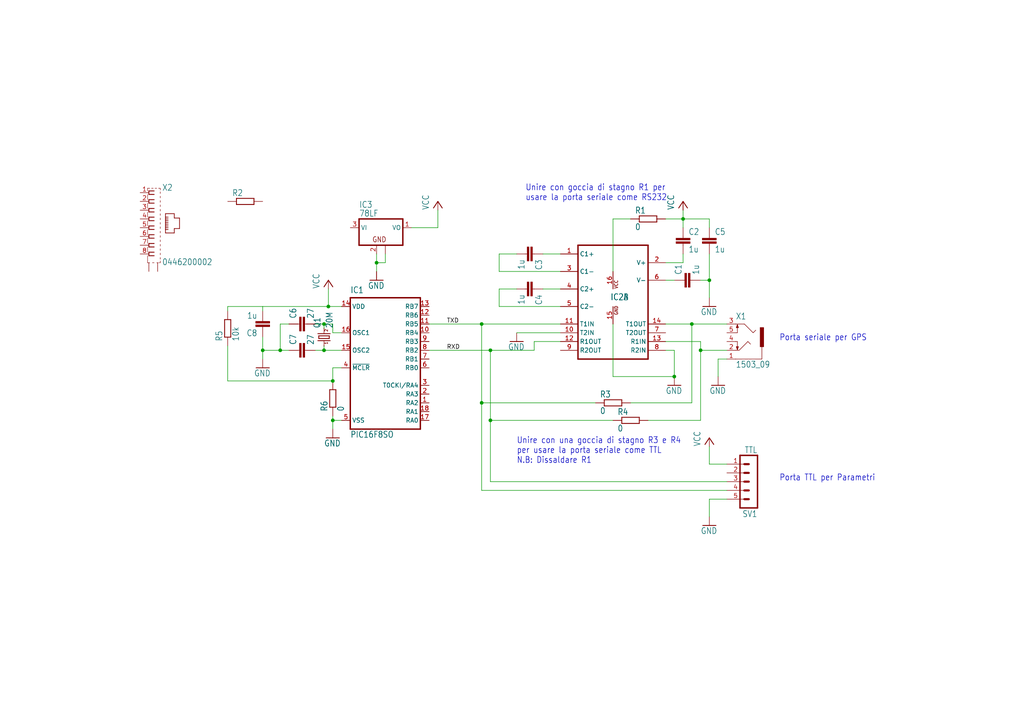
<source format=kicad_sch>
(kicad_sch (version 20230121) (generator eeschema)
  (paper "A4")
  (lib_symbols
    (symbol "Schema_FoxDigi-eagle-import:0446200002"
      (property "Reference" "X" (at 3.81 10.668 0))
      (symbol "0446200002_1_0"
        (polyline (pts (xy -0.381 -10.16) (xy 0.254 -10.16)) (stroke (width 0.127)))
        (polyline (pts (xy -0.381 -8.128) (xy -0.381 -10.16)) (stroke (width 0.127)))
        (polyline (pts (xy -0.381 -5.588) (xy -0.381 -7.112)) (stroke (width 0.127)))
        (polyline (pts (xy -0.381 -3.048) (xy -0.381 -4.572)) (stroke (width 0.127)))
        (polyline (pts (xy -0.381 -0.508) (xy -0.381 -2.032)) (stroke (width 0.127)))
        (polyline (pts (xy -0.381 2.032) (xy -0.381 0.508)) (stroke (width 0.127)))
        (polyline (pts (xy -0.381 4.572) (xy -0.381 3.048)) (stroke (width 0.127)))
        (polyline (pts (xy -0.381 7.112) (xy -0.381 5.588)) (stroke (width 0.127)))
        (polyline (pts (xy -0.381 9.652) (xy -0.381 8.128)) (stroke (width 0.127)))
        (polyline (pts (xy -0.381 11.43) (xy -0.381 10.668)) (stroke (width 0.127)))
        (polyline (pts (xy 0 -8.128) (xy 1.524 -8.128)) (stroke (width 0.254)))
        (polyline (pts (xy 0 -7.112) (xy 0 -8.128)) (stroke (width 0.254)))
        (polyline (pts (xy 0 -5.588) (xy 1.524 -5.588)) (stroke (width 0.254)))
        (polyline (pts (xy 0 -4.572) (xy 0 -5.588)) (stroke (width 0.254)))
        (polyline (pts (xy 0 -3.048) (xy 1.524 -3.048)) (stroke (width 0.254)))
        (polyline (pts (xy 0 -2.032) (xy 0 -3.048)) (stroke (width 0.254)))
        (polyline (pts (xy 0 -0.508) (xy 1.524 -0.508)) (stroke (width 0.254)))
        (polyline (pts (xy 0 0.508) (xy 0 -0.508)) (stroke (width 0.254)))
        (polyline (pts (xy 0 2.032) (xy 1.524 2.032)) (stroke (width 0.254)))
        (polyline (pts (xy 0 3.048) (xy 0 2.032)) (stroke (width 0.254)))
        (polyline (pts (xy 0 4.572) (xy 1.524 4.572)) (stroke (width 0.254)))
        (polyline (pts (xy 0 5.588) (xy 0 4.572)) (stroke (width 0.254)))
        (polyline (pts (xy 0 7.112) (xy 1.524 7.112)) (stroke (width 0.254)))
        (polyline (pts (xy 0 8.128) (xy 0 7.112)) (stroke (width 0.254)))
        (polyline (pts (xy 0 9.652) (xy 1.524 9.652)) (stroke (width 0.254)))
        (polyline (pts (xy 0 10.668) (xy 0 9.652)) (stroke (width 0.254)))
        (polyline (pts (xy 0.254 11.43) (xy -0.381 11.43)) (stroke (width 0.127)))
        (polyline (pts (xy 1.016 -10.16) (xy 1.524 -10.16)) (stroke (width 0.127)))
        (polyline (pts (xy 1.27 11.43) (xy 0.762 11.43)) (stroke (width 0.127)))
        (polyline (pts (xy 1.524 -7.112) (xy 0 -7.112)) (stroke (width 0.254)))
        (polyline (pts (xy 1.524 -4.572) (xy 0 -4.572)) (stroke (width 0.254)))
        (polyline (pts (xy 1.524 -2.032) (xy 0 -2.032)) (stroke (width 0.254)))
        (polyline (pts (xy 1.524 0.508) (xy 0 0.508)) (stroke (width 0.254)))
        (polyline (pts (xy 1.524 3.048) (xy 0 3.048)) (stroke (width 0.254)))
        (polyline (pts (xy 1.524 5.588) (xy 0 5.588)) (stroke (width 0.254)))
        (polyline (pts (xy 1.524 8.128) (xy 0 8.128)) (stroke (width 0.254)))
        (polyline (pts (xy 1.524 10.668) (xy 0 10.668)) (stroke (width 0.254)))
        (polyline (pts (xy 2.286 -10.16) (xy 2.794 -10.16)) (stroke (width 0.127)))
        (polyline (pts (xy 2.286 11.43) (xy 1.778 11.43)) (stroke (width 0.127)))
        (polyline (pts (xy 3.048 -10.16) (xy 3.302 -10.16)) (stroke (width 0.127)))
        (polyline (pts (xy 3.302 -10.16) (xy 3.302 -9.652)) (stroke (width 0.127)))
        (polyline (pts (xy 3.302 -9.144) (xy 3.302 -8.636)) (stroke (width 0.127)))
        (polyline (pts (xy 3.302 -7.874) (xy 3.302 -7.366)) (stroke (width 0.127)))
        (polyline (pts (xy 3.302 -6.604) (xy 3.302 -6.096)) (stroke (width 0.127)))
        (polyline (pts (xy 3.302 -5.334) (xy 3.302 -4.826)) (stroke (width 0.127)))
        (polyline (pts (xy 3.302 -4.064) (xy 3.302 -3.556)) (stroke (width 0.127)))
        (polyline (pts (xy 3.302 -2.794) (xy 3.302 -2.286)) (stroke (width 0.127)))
        (polyline (pts (xy 3.302 -1.524) (xy 3.302 -1.016)) (stroke (width 0.127)))
        (polyline (pts (xy 3.302 -0.254) (xy 3.302 0.254)) (stroke (width 0.127)))
        (polyline (pts (xy 3.302 1.016) (xy 3.302 1.524)) (stroke (width 0.127)))
        (polyline (pts (xy 3.302 2.286) (xy 3.302 2.794)) (stroke (width 0.127)))
        (polyline (pts (xy 3.302 3.556) (xy 3.302 4.064)) (stroke (width 0.127)))
        (polyline (pts (xy 3.302 4.826) (xy 3.302 5.334)) (stroke (width 0.127)))
        (polyline (pts (xy 3.302 6.096) (xy 3.302 6.604)) (stroke (width 0.127)))
        (polyline (pts (xy 3.302 7.366) (xy 3.302 7.874)) (stroke (width 0.127)))
        (polyline (pts (xy 3.302 8.636) (xy 3.302 9.144)) (stroke (width 0.127)))
        (polyline (pts (xy 3.302 9.906) (xy 3.302 10.414)) (stroke (width 0.127)))
        (polyline (pts (xy 3.302 10.922) (xy 3.302 11.43)) (stroke (width 0.127)))
        (polyline (pts (xy 3.302 11.43) (xy 2.794 11.43)) (stroke (width 0.127)))
        (polyline (pts (xy 4.826 -1.524) (xy 7.366 -1.524)) (stroke (width 0.1998)))
        (polyline (pts (xy 4.826 -0.508) (xy 4.826 -1.524)) (stroke (width 0.1998)))
        (polyline (pts (xy 4.826 -0.508) (xy 5.588 -0.508)) (stroke (width 0.1998)))
        (polyline (pts (xy 4.826 0) (xy 4.826 -0.508)) (stroke (width 0.1998)))
        (polyline (pts (xy 4.826 0) (xy 5.588 0)) (stroke (width 0.1998)))
        (polyline (pts (xy 4.826 0.508) (xy 4.826 0)) (stroke (width 0.1998)))
        (polyline (pts (xy 4.826 0.508) (xy 5.588 0.508)) (stroke (width 0.1998)))
        (polyline (pts (xy 4.826 1.016) (xy 4.826 0.508)) (stroke (width 0.1998)))
        (polyline (pts (xy 4.826 1.016) (xy 5.588 1.016)) (stroke (width 0.1998)))
        (polyline (pts (xy 4.826 1.524) (xy 4.826 1.016)) (stroke (width 0.1998)))
        (polyline (pts (xy 4.826 1.524) (xy 5.588 1.524)) (stroke (width 0.1998)))
        (polyline (pts (xy 4.826 2.032) (xy 4.826 1.524)) (stroke (width 0.1998)))
        (polyline (pts (xy 4.826 2.032) (xy 5.588 2.032)) (stroke (width 0.1998)))
        (polyline (pts (xy 4.826 2.54) (xy 4.826 2.032)) (stroke (width 0.1998)))
        (polyline (pts (xy 4.826 2.54) (xy 5.588 2.54)) (stroke (width 0.1998)))
        (polyline (pts (xy 4.826 3.048) (xy 4.826 2.54)) (stroke (width 0.1998)))
        (polyline (pts (xy 4.826 3.048) (xy 5.588 3.048)) (stroke (width 0.1998)))
        (polyline (pts (xy 4.826 4.064) (xy 4.826 3.048)) (stroke (width 0.1998)))
        (polyline (pts (xy 7.366 -1.524) (xy 7.366 -0.254)) (stroke (width 0.1998)))
        (polyline (pts (xy 7.366 -0.254) (xy 8.89 -0.254)) (stroke (width 0.1998)))
        (polyline (pts (xy 7.366 2.794) (xy 7.366 4.064)) (stroke (width 0.1998)))
        (polyline (pts (xy 7.366 4.064) (xy 4.826 4.064)) (stroke (width 0.1998)))
        (polyline (pts (xy 8.89 -0.254) (xy 8.89 2.794)) (stroke (width 0.1998)))
        (polyline (pts (xy 8.89 2.794) (xy 7.366 2.794)) (stroke (width 0.1998)))
        (pin passive line (at -2.54 10.16 0) (length 2.54) (name "1") (number "1"))
        (pin passive line (at -2.54 7.62 0) (length 2.54) (name "2") (number "2"))
        (pin passive line (at -2.54 5.08 0) (length 2.54) (name "3") (number "3"))
        (pin passive line (at -2.54 2.54 0) (length 2.54) (name "4") (number "4"))
        (pin passive line (at -2.54 0 0) (length 2.54) (name "5") (number "5"))
        (pin passive line (at -2.54 -2.54 0) (length 2.54) (name "6") (number "6"))
        (pin passive line (at -2.54 -5.08 0) (length 2.54) (name "7") (number "7"))
        (pin passive line (at -2.54 -7.62 0) (length 2.54) (name "8") (number "8"))
        (pin passive line (at 0 -12.7 90) (length 2.54) (name "S1") (number "S@1"))
        (pin passive line (at 2.54 -12.7 90) (length 2.54) (name "S2") (number "S@2"))
      )
    )
    (symbol "Schema_FoxDigi-eagle-import:1503_09"
      (property "Reference" "X" (at -2.54 6.35 0))
      (symbol "1503_09_1_0"
        (polyline (pts (xy -2.54 -5.08) (xy 5.08 -5.08)) (stroke (width 0.1524)))
        (polyline (pts (xy -2.54 -2.54) (xy -1.524 -2.54)) (stroke (width 0.1524)))
        (polyline (pts (xy -2.54 0) (xy -2.032 0)) (stroke (width 0.1524)))
        (polyline (pts (xy -2.54 2.54) (xy -2.032 2.54)) (stroke (width 0.1524)))
        (polyline (pts (xy -2.54 5.08) (xy 0 5.08)) (stroke (width 0.1524)))
        (polyline (pts (xy -2.286 -1.524) (xy -1.778 -1.524)) (stroke (width 0.254)))
        (polyline (pts (xy -2.286 4.064) (xy -1.778 4.064)) (stroke (width 0.254)))
        (polyline (pts (xy -2.032 -2.286) (xy -2.286 -1.524)) (stroke (width 0.254)))
        (polyline (pts (xy -2.032 0) (xy -2.032 -2.286)) (stroke (width 0.1524)))
        (polyline (pts (xy -2.032 2.54) (xy -2.032 4.826)) (stroke (width 0.1524)))
        (polyline (pts (xy -2.032 4.826) (xy -2.286 4.064)) (stroke (width 0.254)))
        (polyline (pts (xy -1.778 -1.524) (xy -2.032 -2.286)) (stroke (width 0.254)))
        (polyline (pts (xy -1.778 4.064) (xy -2.032 4.826)) (stroke (width 0.254)))
        (polyline (pts (xy -1.524 -2.54) (xy 1.016 0)) (stroke (width 0.1524)))
        (polyline (pts (xy 0 5.08) (xy 2.54 2.54)) (stroke (width 0.1524)))
        (polyline (pts (xy 1.016 0) (xy 1.778 -0.762)) (stroke (width 0.1524)))
        (polyline (pts (xy 2.54 2.54) (xy 3.302 3.302)) (stroke (width 0.1524)))
        (polyline (pts (xy 5.08 -5.08) (xy 5.08 -1.524)) (stroke (width 0.1524)))
        (rectangle (start 4.572 4.064) (end 5.588 -1.524) (fill (type outline)))
        (pin passive line (at -5.08 -5.08 0) (length 2.54) (name "1") (number "1"))
        (pin passive line (at -5.08 -2.54 0) (length 2.54) (name "2") (number "2"))
        (pin passive line (at -5.08 5.08 0) (length 2.54) (name "3") (number "3"))
        (pin passive line (at -5.08 0 0) (length 2.54) (name "4") (number "4"))
        (pin passive line (at -5.08 2.54 0) (length 2.54) (name "5") (number "5"))
      )
    )
    (symbol "Schema_FoxDigi-eagle-import:78LF"
      (property "Reference" "IC" (at -5.08 5.715 0))
      (symbol "78LF_1_0"
        (polyline (pts (xy -5.08 -5.08) (xy 7.62 -5.08)) (stroke (width 0.4064)))
        (polyline (pts (xy -5.08 2.54) (xy -5.08 -5.08)) (stroke (width 0.4064)))
        (polyline (pts (xy 7.62 -5.08) (xy 7.62 2.54)) (stroke (width 0.4064)))
        (polyline (pts (xy 7.62 2.54) (xy -5.08 2.54)) (stroke (width 0.4064)))
        (text "GND" (at -1.27 -4.318 0) (effects (font (size 1.524 1.2954)) (justify left bottom)))
        (pin passive line (at 10.16 0 180) (length 2.54) (name "VO") (number "1"))
        (pin passive line (at 0 -7.62 90) (length 2.54) (name "GND") (number "2"))
        (pin passive line (at 2.54 -7.62 90) (length 2.54) (name "GND@1") (number "2@1"))
        (pin input line (at -7.62 0 0) (length 2.54) (name "VI") (number "3"))
      )
    )
    (symbol "Schema_FoxDigi-eagle-import:C-EU025-025X050"
      (property "Reference" "C" (at 1.524 0.381 0))
      (symbol "C-EU025-025X050_1_0"
        (rectangle (start -2.032 -2.032) (end 2.032 -1.524) (fill (type outline)))
        (rectangle (start -2.032 -1.016) (end 2.032 -0.508) (fill (type outline)))
        (polyline (pts (xy 0 -2.54) (xy 0 -2.032)) (stroke (width 0.1524)))
        (polyline (pts (xy 0 0) (xy 0 -0.508)) (stroke (width 0.1524)))
        (pin passive line (at 0 2.54 270) (length 2.54) (name "1") (number "1"))
        (pin passive line (at 0 -5.08 90) (length 2.54) (name "2") (number "2"))
      )
    )
    (symbol "Schema_FoxDigi-eagle-import:C-EUC1206"
      (property "Reference" "C" (at 1.524 0.381 0))
      (symbol "C-EUC1206_1_0"
        (rectangle (start -2.032 -2.032) (end 2.032 -1.524) (fill (type outline)))
        (rectangle (start -2.032 -1.016) (end 2.032 -0.508) (fill (type outline)))
        (polyline (pts (xy 0 -2.54) (xy 0 -2.032)) (stroke (width 0.1524)))
        (polyline (pts (xy 0 0) (xy 0 -0.508)) (stroke (width 0.1524)))
        (pin passive line (at 0 2.54 270) (length 2.54) (name "1") (number "1"))
        (pin passive line (at 0 -5.08 90) (length 2.54) (name "2") (number "2"))
      )
    )
    (symbol "Schema_FoxDigi-eagle-import:CRYSTALHC49S"
      (property "Reference" "Q" (at 2.54 1.016 0))
      (symbol "CRYSTALHC49S_1_0"
        (polyline (pts (xy -2.54 0) (xy -1.016 0)) (stroke (width 0.1524)))
        (polyline (pts (xy -1.016 1.778) (xy -1.016 -1.778)) (stroke (width 0.254)))
        (polyline (pts (xy -0.381 -1.524) (xy 0.381 -1.524)) (stroke (width 0.254)))
        (polyline (pts (xy -0.381 1.524) (xy -0.381 -1.524)) (stroke (width 0.254)))
        (polyline (pts (xy 0.381 -1.524) (xy 0.381 1.524)) (stroke (width 0.254)))
        (polyline (pts (xy 0.381 1.524) (xy -0.381 1.524)) (stroke (width 0.254)))
        (polyline (pts (xy 1.016 0) (xy 2.54 0)) (stroke (width 0.1524)))
        (polyline (pts (xy 1.016 1.778) (xy 1.016 -1.778)) (stroke (width 0.254)))
        (text "1" (at -2.159 -1.143 0) (effects (font (size 0.8636 0.734)) (justify left bottom)))
        (text "2" (at 1.524 -1.143 0) (effects (font (size 0.8636 0.734)) (justify left bottom)))
        (pin passive line (at -2.54 0 0) (length 0) (name "1") (number "1"))
        (pin passive line (at 2.54 0 180) (length 0) (name "2") (number "2"))
      )
    )
    (symbol "Schema_FoxDigi-eagle-import:GND" (power)
      (property "Value" "GND" (at -2.54 -2.54 0))
      (symbol "GND_1_0"
        (polyline (pts (xy -1.905 0) (xy 1.905 0)) (stroke (width 0.254)))
        (pin power_in line (at 0 2.54 270) (length 2.54) (name "GND") (number "1"))
      )
    )
    (symbol "Schema_FoxDigi-eagle-import:MA05-1"
      (property "Reference" "SV" (at -1.27 8.382 0))
      (symbol "MA05-1_1_0"
        (polyline (pts (xy -1.27 7.62) (xy -1.27 -7.62)) (stroke (width 0.4064)))
        (polyline (pts (xy -1.27 7.62) (xy 3.81 7.62)) (stroke (width 0.4064)))
        (polyline (pts (xy 1.27 -5.08) (xy 2.54 -5.08)) (stroke (width 0.6096)))
        (polyline (pts (xy 1.27 -2.54) (xy 2.54 -2.54)) (stroke (width 0.6096)))
        (polyline (pts (xy 1.27 0) (xy 2.54 0)) (stroke (width 0.6096)))
        (polyline (pts (xy 1.27 2.54) (xy 2.54 2.54)) (stroke (width 0.6096)))
        (polyline (pts (xy 1.27 5.08) (xy 2.54 5.08)) (stroke (width 0.6096)))
        (polyline (pts (xy 3.81 -7.62) (xy -1.27 -7.62)) (stroke (width 0.4064)))
        (polyline (pts (xy 3.81 -7.62) (xy 3.81 7.62)) (stroke (width 0.4064)))
        (pin passive line (at 7.62 -5.08 180) (length 5.08) (name "1") (number "1"))
        (pin passive line (at 7.62 -2.54 180) (length 5.08) (name "2") (number "2"))
        (pin passive line (at 7.62 0 180) (length 5.08) (name "3") (number "3"))
        (pin passive line (at 7.62 2.54 180) (length 5.08) (name "4") (number "4"))
        (pin passive line (at 7.62 5.08 180) (length 5.08) (name "5") (number "5"))
      )
    )
    (symbol "Schema_FoxDigi-eagle-import:MAX232ECWE"
      (property "Reference" "IC" (at -0.762 -0.762 0))
      (symbol "MAX232ECWE_1_0"
        (polyline (pts (xy -10.16 15.24) (xy -10.16 -17.78)) (stroke (width 0.4064)))
        (polyline (pts (xy -10.16 15.24) (xy 10.16 15.24)) (stroke (width 0.4064)))
        (polyline (pts (xy 10.16 -17.78) (xy -10.16 -17.78)) (stroke (width 0.4064)))
        (polyline (pts (xy 10.16 -17.78) (xy 10.16 15.24)) (stroke (width 0.4064)))
        (pin bidirectional line (at -15.24 12.7 0) (length 5.08) (name "C1+") (number "1"))
        (pin input line (at -15.24 -10.16 0) (length 5.08) (name "T2IN") (number "10"))
        (pin input line (at -15.24 -7.62 0) (length 5.08) (name "T1IN") (number "11"))
        (pin output line (at -15.24 -12.7 0) (length 5.08) (name "R1OUT") (number "12"))
        (pin input line (at 15.24 -12.7 180) (length 5.08) (name "R1IN") (number "13"))
        (pin output line (at 15.24 -7.62 180) (length 5.08) (name "T1OUT") (number "14"))
        (pin bidirectional line (at 15.24 10.16 180) (length 5.08) (name "V+") (number "2"))
        (pin bidirectional line (at -15.24 7.62 0) (length 5.08) (name "C1-") (number "3"))
        (pin bidirectional line (at -15.24 2.54 0) (length 5.08) (name "C2+") (number "4"))
        (pin bidirectional line (at -15.24 -2.54 0) (length 5.08) (name "C2-") (number "5"))
        (pin bidirectional line (at 15.24 5.08 180) (length 5.08) (name "V-") (number "6"))
        (pin output line (at 15.24 -10.16 180) (length 5.08) (name "T2OUT") (number "7"))
        (pin input line (at 15.24 -15.24 180) (length 5.08) (name "R2IN") (number "8"))
        (pin output line (at -15.24 -15.24 0) (length 5.08) (name "R2OUT") (number "9"))
      )
      (symbol "MAX232ECWE_2_0"
        (text "GND" (at 1.524 -5.08 900) (effects (font (size 1.016 0.8636)) (justify left bottom)))
        (text "VCC" (at 1.524 2.54 900) (effects (font (size 1.016 0.8636)) (justify left bottom)))
        (pin power_in line (at 0 -7.62 90) (length 5.08) (name "GND") (number "15"))
        (pin power_in line (at 0 7.62 270) (length 5.08) (name "VCC") (number "16"))
      )
    )
    (symbol "Schema_FoxDigi-eagle-import:PIC16F8SO"
      (property "Reference" "IC" (at -10.16 19.05 0))
      (symbol "PIC16F8SO_1_0"
        (polyline (pts (xy -10.16 -20.32) (xy -10.16 17.78)) (stroke (width 0.4064)))
        (polyline (pts (xy -10.16 17.78) (xy 10.16 17.78)) (stroke (width 0.4064)))
        (polyline (pts (xy 10.16 -20.32) (xy -10.16 -20.32)) (stroke (width 0.4064)))
        (polyline (pts (xy 10.16 17.78) (xy 10.16 -20.32)) (stroke (width 0.4064)))
        (pin bidirectional line (at 12.7 -12.7 180) (length 2.54) (name "RA2") (number "1"))
        (pin bidirectional line (at 12.7 7.62 180) (length 2.54) (name "RB4") (number "10"))
        (pin bidirectional line (at 12.7 10.16 180) (length 2.54) (name "RB5") (number "11"))
        (pin bidirectional line (at 12.7 12.7 180) (length 2.54) (name "RB6") (number "12"))
        (pin bidirectional line (at 12.7 15.24 180) (length 2.54) (name "RB7") (number "13"))
        (pin power_in line (at -12.7 15.24 0) (length 2.54) (name "VDD") (number "14"))
        (pin output line (at -12.7 2.54 0) (length 2.54) (name "OSC2") (number "15"))
        (pin input line (at -12.7 7.62 0) (length 2.54) (name "OSC1") (number "16"))
        (pin bidirectional line (at 12.7 -17.78 180) (length 2.54) (name "RA0") (number "17"))
        (pin bidirectional line (at 12.7 -15.24 180) (length 2.54) (name "RA1") (number "18"))
        (pin bidirectional line (at 12.7 -10.16 180) (length 2.54) (name "RA3") (number "2"))
        (pin bidirectional line (at 12.7 -7.62 180) (length 2.54) (name "T0CKI/RA4") (number "3"))
        (pin input line (at -12.7 -2.54 0) (length 2.54) (name "~{MCLR}") (number "4"))
        (pin power_in line (at -12.7 -17.78 0) (length 2.54) (name "VSS") (number "5"))
        (pin bidirectional line (at 12.7 -2.54 180) (length 2.54) (name "RB0") (number "6"))
        (pin bidirectional line (at 12.7 0 180) (length 2.54) (name "RB1") (number "7"))
        (pin bidirectional line (at 12.7 2.54 180) (length 2.54) (name "RB2") (number "8"))
        (pin bidirectional line (at 12.7 5.08 180) (length 2.54) (name "RB3") (number "9"))
      )
    )
    (symbol "Schema_FoxDigi-eagle-import:R-EU_M1206"
      (property "Reference" "R" (at -3.81 1.4986 0))
      (symbol "R-EU_M1206_1_0"
        (polyline (pts (xy -2.54 -0.889) (xy -2.54 0.889)) (stroke (width 0.254)))
        (polyline (pts (xy -2.54 -0.889) (xy 2.54 -0.889)) (stroke (width 0.254)))
        (polyline (pts (xy 2.54 -0.889) (xy 2.54 0.889)) (stroke (width 0.254)))
        (polyline (pts (xy 2.54 0.889) (xy -2.54 0.889)) (stroke (width 0.254)))
        (pin passive line (at -5.08 0 0) (length 2.54) (name "1") (number "1"))
        (pin passive line (at 5.08 0 180) (length 2.54) (name "2") (number "2"))
      )
    )
    (symbol "Schema_FoxDigi-eagle-import:VCC" (power)
      (property "Value" "VCC" (at -2.54 -2.54 90))
      (symbol "VCC_1_0"
        (polyline (pts (xy 0 0) (xy -1.27 -1.905)) (stroke (width 0.254)))
        (polyline (pts (xy 1.27 -1.905) (xy 0 0)) (stroke (width 0.254)))
        (pin power_in line (at 0 -2.54 90) (length 2.54) (name "VCC") (number "1"))
      )
    )
  )
  (junction (at 205.74 81.28))
  (junction (at 96.52 121.92))
  (junction (at 76.2 101.6))
  (junction (at 81.28 101.6))
  (junction (at 96.52 110.49))
  (junction (at 93.98 101.6))
  (junction (at 93.98 93.98))
  (junction (at 139.7 93.98))
  (junction (at 203.2 101.6))
  (junction (at 95.25 88.9))
  (junction (at 198.12 63.5))
  (junction (at 200.66 93.98))
  (junction (at 109.22 76.2))
  (junction (at 142.24 121.92))
  (junction (at 142.24 101.6))
  (junction (at 195.58 109.22))
  (junction (at 139.7 116.84))
  (wire (pts (xy 203.2 101.6) (xy 203.2 99.06)) (stroke (width 0.1524)))
  (wire (pts (xy 96.52 96.52) (xy 99.06 96.52)) (stroke (width 0.1524)))
  (wire (pts (xy 96.52 106.68) (xy 99.06 106.68)) (stroke (width 0.1524)))
  (wire (pts (xy 76.2 101.6) (xy 76.2 104.14)) (stroke (width 0.1524)))
  (wire (pts (xy 76.2 88.9) (xy 66.04 88.9)) (stroke (width 0.1524)))
  (wire (pts (xy 111.76 73.66) (xy 111.76 76.2)) (stroke (width 0.1524)))
  (wire (pts (xy 198.12 63.5) (xy 198.12 60.96)) (stroke (width 0.1524)))
  (wire (pts (xy 198.12 66.04) (xy 198.12 63.5)) (stroke (width 0.1524)))
  (wire (pts (xy 96.52 121.92) (xy 96.52 124.46)) (stroke (width 0.1524)))
  (wire (pts (xy 93.98 93.98) (xy 96.52 93.98)) (stroke (width 0.1524)))
  (wire (pts (xy 66.04 88.9) (xy 66.04 90.17)) (stroke (width 0.1524)))
  (wire (pts (xy 95.25 88.9) (xy 99.06 88.9)) (stroke (width 0.1524)))
  (wire (pts (xy 81.28 93.98) (xy 83.82 93.98)) (stroke (width 0.1524)))
  (wire (pts (xy 198.12 63.5) (xy 205.74 63.5)) (stroke (width 0.1524)))
  (wire (pts (xy 144.78 88.9) (xy 162.56 88.9)) (stroke (width 0.1524)))
  (wire (pts (xy 124.46 101.6) (xy 142.24 101.6)) (stroke (width 0.1524)))
  (wire (pts (xy 208.28 104.14) (xy 208.28 109.22)) (stroke (width 0.1524)))
  (wire (pts (xy 195.58 81.28) (xy 193.04 81.28)) (stroke (width 0.1524)))
  (wire (pts (xy 96.52 93.98) (xy 96.52 96.52)) (stroke (width 0.1524)))
  (wire (pts (xy 142.24 101.6) (xy 142.24 121.92)) (stroke (width 0.1524)))
  (wire (pts (xy 162.56 93.98) (xy 139.7 93.98)) (stroke (width 0.1524)))
  (wire (pts (xy 205.74 81.28) (xy 205.74 86.36)) (stroke (width 0.1524)))
  (wire (pts (xy 203.2 101.6) (xy 203.2 121.92)) (stroke (width 0.1524)))
  (wire (pts (xy 157.48 73.66) (xy 162.56 73.66)) (stroke (width 0.1524)))
  (wire (pts (xy 66.04 110.49) (xy 96.52 110.49)) (stroke (width 0.1524)))
  (wire (pts (xy 205.74 81.28) (xy 205.74 73.66)) (stroke (width 0.1524)))
  (wire (pts (xy 109.22 76.2) (xy 109.22 73.66)) (stroke (width 0.1524)))
  (wire (pts (xy 182.88 116.84) (xy 200.66 116.84)) (stroke (width 0.1524)))
  (wire (pts (xy 205.74 134.62) (xy 210.82 134.62)) (stroke (width 0.1524)))
  (wire (pts (xy 83.82 101.6) (xy 81.28 101.6)) (stroke (width 0.1524)))
  (wire (pts (xy 177.8 109.22) (xy 195.58 109.22)) (stroke (width 0.1524)))
  (wire (pts (xy 193.04 101.6) (xy 195.58 101.6)) (stroke (width 0.1524)))
  (wire (pts (xy 139.7 142.24) (xy 139.7 116.84)) (stroke (width 0.1524)))
  (wire (pts (xy 177.8 121.92) (xy 142.24 121.92)) (stroke (width 0.1524)))
  (wire (pts (xy 210.82 142.24) (xy 139.7 142.24)) (stroke (width 0.1524)))
  (wire (pts (xy 66.04 100.33) (xy 66.04 110.49)) (stroke (width 0.1524)))
  (wire (pts (xy 198.12 76.2) (xy 198.12 73.66)) (stroke (width 0.1524)))
  (wire (pts (xy 95.25 88.9) (xy 76.2 88.9)) (stroke (width 0.1524)))
  (wire (pts (xy 172.72 116.84) (xy 139.7 116.84)) (stroke (width 0.1524)))
  (wire (pts (xy 149.86 73.66) (xy 144.78 73.66)) (stroke (width 0.1524)))
  (wire (pts (xy 142.24 121.92) (xy 142.24 139.7)) (stroke (width 0.1524)))
  (wire (pts (xy 142.24 139.7) (xy 210.82 139.7)) (stroke (width 0.1524)))
  (wire (pts (xy 139.7 93.98) (xy 124.46 93.98)) (stroke (width 0.1524)))
  (wire (pts (xy 109.22 78.74) (xy 109.22 76.2)) (stroke (width 0.1524)))
  (wire (pts (xy 157.48 83.82) (xy 162.56 83.82)) (stroke (width 0.1524)))
  (wire (pts (xy 203.2 121.92) (xy 187.96 121.92)) (stroke (width 0.1524)))
  (wire (pts (xy 182.88 63.5) (xy 177.8 63.5)) (stroke (width 0.1524)))
  (wire (pts (xy 96.52 121.92) (xy 96.52 120.65)) (stroke (width 0.1524)))
  (wire (pts (xy 93.98 101.6) (xy 99.06 101.6)) (stroke (width 0.1524)))
  (wire (pts (xy 95.25 83.82) (xy 95.25 88.9)) (stroke (width 0.1524)))
  (wire (pts (xy 162.56 99.06) (xy 154.94 99.06)) (stroke (width 0.1524)))
  (wire (pts (xy 96.52 110.49) (xy 96.52 106.68)) (stroke (width 0.1524)))
  (wire (pts (xy 142.24 101.6) (xy 154.94 101.6)) (stroke (width 0.1524)))
  (wire (pts (xy 119.38 66.04) (xy 127 66.04)) (stroke (width 0.1524)))
  (wire (pts (xy 149.86 83.82) (xy 144.78 83.82)) (stroke (width 0.1524)))
  (wire (pts (xy 195.58 101.6) (xy 195.58 109.22)) (stroke (width 0.1524)))
  (wire (pts (xy 200.66 116.84) (xy 200.66 93.98)) (stroke (width 0.1524)))
  (wire (pts (xy 205.74 63.5) (xy 205.74 66.04)) (stroke (width 0.1524)))
  (wire (pts (xy 200.66 93.98) (xy 210.82 93.98)) (stroke (width 0.1524)))
  (wire (pts (xy 144.78 73.66) (xy 144.78 78.74)) (stroke (width 0.1524)))
  (wire (pts (xy 205.74 129.54) (xy 205.74 134.62)) (stroke (width 0.1524)))
  (wire (pts (xy 76.2 88.9) (xy 76.2 90.17)) (stroke (width 0.1524)))
  (wire (pts (xy 93.98 100.33) (xy 93.98 101.6)) (stroke (width 0.1524)))
  (wire (pts (xy 93.98 95.25) (xy 93.98 93.98)) (stroke (width 0.1524)))
  (wire (pts (xy 193.04 76.2) (xy 198.12 76.2)) (stroke (width 0.1524)))
  (wire (pts (xy 205.74 144.78) (xy 205.74 149.86)) (stroke (width 0.1524)))
  (wire (pts (xy 81.28 101.6) (xy 76.2 101.6)) (stroke (width 0.1524)))
  (wire (pts (xy 144.78 83.82) (xy 144.78 88.9)) (stroke (width 0.1524)))
  (wire (pts (xy 177.8 93.98) (xy 177.8 109.22)) (stroke (width 0.1524)))
  (wire (pts (xy 177.8 78.74) (xy 177.8 63.5)) (stroke (width 0.1524)))
  (wire (pts (xy 193.04 93.98) (xy 200.66 93.98)) (stroke (width 0.1524)))
  (wire (pts (xy 144.78 78.74) (xy 162.56 78.74)) (stroke (width 0.1524)))
  (wire (pts (xy 193.04 63.5) (xy 198.12 63.5)) (stroke (width 0.1524)))
  (wire (pts (xy 139.7 116.84) (xy 139.7 93.98)) (stroke (width 0.1524)))
  (wire (pts (xy 210.82 144.78) (xy 205.74 144.78)) (stroke (width 0.1524)))
  (wire (pts (xy 93.98 93.98) (xy 91.44 93.98)) (stroke (width 0.1524)))
  (wire (pts (xy 99.06 121.92) (xy 96.52 121.92)) (stroke (width 0.1524)))
  (wire (pts (xy 210.82 101.6) (xy 203.2 101.6)) (stroke (width 0.1524)))
  (wire (pts (xy 93.98 101.6) (xy 91.44 101.6)) (stroke (width 0.1524)))
  (wire (pts (xy 154.94 99.06) (xy 154.94 101.6)) (stroke (width 0.1524)))
  (wire (pts (xy 162.56 96.52) (xy 149.86 96.52)) (stroke (width 0.1524)))
  (wire (pts (xy 127 66.04) (xy 127 60.96)) (stroke (width 0.1524)))
  (wire (pts (xy 111.76 76.2) (xy 109.22 76.2)) (stroke (width 0.1524)))
  (wire (pts (xy 210.82 104.14) (xy 208.28 104.14)) (stroke (width 0.1524)))
  (wire (pts (xy 81.28 101.6) (xy 81.28 93.98)) (stroke (width 0.1524)))
  (wire (pts (xy 203.2 99.06) (xy 193.04 99.06)) (stroke (width 0.1524)))
  (wire (pts (xy 203.2 81.28) (xy 205.74 81.28)) (stroke (width 0.1524)))
  (wire (pts (xy 76.2 97.79) (xy 76.2 101.6)) (stroke (width 0.1524)))
  (text "Porta seriale per GPS" (at 226.06 99.06 0) (effects (font (size 1.778 1.5113)) (justify left bottom)))
  (text "Porta TTL per Parametri" (at 226.06 139.7 0) (effects (font (size 1.778 1.5113)) (justify left bottom)))
  (text "Unire con una goccia di stagno R3 e R4\nper usare la porta seriale come TTL\nN.B: Dissaldare R1~{}" (at 149.86 134.62 0) (effects (font (size 1.778 1.5113)) (justify left bottom)))
  (text "Unire con goccia di stagno R1 per\nusare la porta seriale come RS232" (at 152.4 58.42 0) (effects (font (size 1.778 1.5113)) (justify left bottom)))
  (label "RXD" (at 129.54 101.6 0) (effects (font (size 1.2446 1.2446))))
  (label "TXD" (at 129.54 93.98 0) (effects (font (size 1.2446 1.2446))))
  (symbol (lib_id "Schema_FoxDigi-eagle-import:GND") (at 109.22 81.28 0) (unit 1)
    (property "Reference" "#GND5" (effects hide))
    (property "Value" "GND" (at 106.68 83.82 0) (effects (font (size 1.778 1.5113)) (justify left bottom)))
  )
  (symbol (lib_id "Schema_FoxDigi-eagle-import:C-EUC1206") (at 76.2 95.25 180) (unit 1)
    (property "Reference" "C8" (at 74.676 95.631 0) (effects (font (size 1.778 1.5113)) (justify left bottom)))
    (property "Value" "1u" (at 74.676 90.551 0) (effects (font (size 1.778 1.5113)) (justify left bottom)))
    (property "Footprint" "Schema_FoxDigi:C1206" (effects hide))
  )
  (symbol (lib_id "Schema_FoxDigi-eagle-import:MAX232ECWE") (at 177.8 86.36 0) (unit 1)
    (property "Reference" "IC2" (at 177.038 87.122 0) (effects (font (size 1.778 1.5113)) (justify left bottom)))
    (property "Value" "MAX232ECWE" (effects hide))
    (property "Footprint" "Schema_FoxDigi:SO16L" (effects hide))
  )
  (symbol (lib_id "Schema_FoxDigi-eagle-import:78LF") (at 109.22 66.04 0) (unit 1)
    (property "Reference" "IC3" (at 104.14 60.325 0) (effects (font (size 1.778 1.5113)) (justify left bottom)))
    (property "Value" "78LF" (at 104.14 62.865 0) (effects (font (size 1.778 1.5113)) (justify left bottom)))
    (property "Footprint" "Schema_FoxDigi:SOT89" (effects hide))
  )
  (symbol (lib_id "Schema_FoxDigi-eagle-import:CRYSTALHC49S") (at 93.98 97.79 90) (unit 1)
    (property "Reference" "Q1" (at 92.964 95.25 0) (effects (font (size 1.778 1.5113)) (justify left bottom)))
    (property "Value" "20M" (at 96.52 95.25 0) (effects (font (size 1.778 1.5113)) (justify left bottom)))
    (property "Footprint" "Schema_FoxDigi:HC49_S" (effects hide))
  )
  (symbol (lib_id "Schema_FoxDigi-eagle-import:MA05-1") (at 218.44 139.7 180) (unit 1)
    (property "Reference" "SV1" (at 219.71 148.082 0) (effects (font (size 1.778 1.5113)) (justify left bottom)))
    (property "Value" "TTL" (at 219.71 129.54 0) (effects (font (size 1.778 1.5113)) (justify left bottom)))
    (property "Footprint" "Schema_FoxDigi:MA05-1" (effects hide))
  )
  (symbol (lib_id "Schema_FoxDigi-eagle-import:R-EU_M1206") (at 66.04 95.25 90) (unit 1)
    (property "Reference" "R5" (at 64.5414 99.06 0) (effects (font (size 1.778 1.5113)) (justify left bottom)))
    (property "Value" "10k" (at 69.342 99.06 0) (effects (font (size 1.778 1.5113)) (justify left bottom)))
    (property "Footprint" "Schema_FoxDigi:M1206" (effects hide))
  )
  (symbol (lib_id "Schema_FoxDigi-eagle-import:C-EUC1206") (at 154.94 83.82 270) (unit 1)
    (property "Reference" "C4" (at 155.321 85.344 0) (effects (font (size 1.778 1.5113)) (justify left bottom)))
    (property "Value" "1u" (at 150.241 85.344 0) (effects (font (size 1.778 1.5113)) (justify left bottom)))
    (property "Footprint" "Schema_FoxDigi:C1206" (effects hide))
  )
  (symbol (lib_id "Schema_FoxDigi-eagle-import:GND") (at 76.2 106.68 0) (unit 1)
    (property "Reference" "#GND7" (effects hide))
    (property "Value" "GND" (at 73.66 109.22 0) (effects (font (size 1.778 1.5113)) (justify left bottom)))
  )
  (symbol (lib_id "Schema_FoxDigi-eagle-import:GND") (at 205.74 88.9 0) (unit 1)
    (property "Reference" "#GND2" (effects hide))
    (property "Value" "GND" (at 203.2 91.44 0) (effects (font (size 1.778 1.5113)) (justify left bottom)))
  )
  (symbol (lib_id "Schema_FoxDigi-eagle-import:R-EU_M1206") (at 71.12 58.42 0) (unit 1)
    (property "Reference" "R2" (at 67.31 56.9214 0) (effects (font (size 1.778 1.5113)) (justify left bottom)))
    (property "Value" "R-EU_M1206" (effects hide))
    (property "Footprint" "Schema_FoxDigi:M1206" (effects hide))
  )
  (symbol (lib_id "Schema_FoxDigi-eagle-import:C-EUC1206") (at 198.12 68.58 0) (unit 1)
    (property "Reference" "C2" (at 199.644 68.199 0) (effects (font (size 1.778 1.5113)) (justify left bottom)))
    (property "Value" "1u" (at 199.644 73.279 0) (effects (font (size 1.778 1.5113)) (justify left bottom)))
    (property "Footprint" "Schema_FoxDigi:C1206" (effects hide))
  )
  (symbol (lib_id "Schema_FoxDigi-eagle-import:GND") (at 149.86 99.06 0) (unit 1)
    (property "Reference" "#GND4" (effects hide))
    (property "Value" "GND" (at 147.32 101.6 0) (effects (font (size 1.778 1.5113)) (justify left bottom)))
  )
  (symbol (lib_id "Schema_FoxDigi-eagle-import:GND") (at 208.28 111.76 0) (unit 1)
    (property "Reference" "#GND1" (effects hide))
    (property "Value" "GND" (at 205.74 114.3 0) (effects (font (size 1.778 1.5113)) (justify left bottom)))
  )
  (symbol (lib_id "Schema_FoxDigi-eagle-import:1503_09") (at 215.9 99.06 0) (unit 1)
    (property "Reference" "X1" (at 213.36 92.71 0) (effects (font (size 1.778 1.5113)) (justify left bottom)))
    (property "Value" "1503_09" (at 213.36 106.68 0) (effects (font (size 1.778 1.5113)) (justify left bottom)))
    (property "Footprint" "Schema_FoxDigi:1503_09" (effects hide))
  )
  (symbol (lib_id "Schema_FoxDigi-eagle-import:GND") (at 96.52 127 0) (unit 1)
    (property "Reference" "#GND8" (effects hide))
    (property "Value" "GND" (at 93.98 129.54 0) (effects (font (size 1.778 1.5113)) (justify left bottom)))
  )
  (symbol (lib_id "Schema_FoxDigi-eagle-import:GND") (at 195.58 111.76 0) (unit 1)
    (property "Reference" "#GND3" (effects hide))
    (property "Value" "GND" (at 193.04 114.3 0) (effects (font (size 1.778 1.5113)) (justify left bottom)))
  )
  (symbol (lib_id "Schema_FoxDigi-eagle-import:C-EUC1206") (at 154.94 73.66 270) (unit 1)
    (property "Reference" "C3" (at 155.321 75.184 0) (effects (font (size 1.778 1.5113)) (justify left bottom)))
    (property "Value" "1u" (at 150.241 75.184 0) (effects (font (size 1.778 1.5113)) (justify left bottom)))
    (property "Footprint" "Schema_FoxDigi:C1206" (effects hide))
  )
  (symbol (lib_id "Schema_FoxDigi-eagle-import:VCC") (at 127 58.42 0) (unit 1)
    (property "Reference" "#P+2" (effects hide))
    (property "Value" "VCC" (at 124.46 60.96 90) (effects (font (size 1.778 1.5113)) (justify left bottom)))
  )
  (symbol (lib_id "Schema_FoxDigi-eagle-import:0446200002") (at 43.18 66.04 0) (unit 1)
    (property "Reference" "X2" (at 46.99 55.372 0) (effects (font (size 1.778 1.5113)) (justify left bottom)))
    (property "Value" "0446200002" (at 46.99 76.962 0) (effects (font (size 1.778 1.5113)) (justify left bottom)))
    (property "Footprint" "Schema_FoxDigi:0446200002" (effects hide))
  )
  (symbol (lib_id "Schema_FoxDigi-eagle-import:R-EU_M1206") (at 177.8 116.84 0) (unit 1)
    (property "Reference" "R3" (at 173.99 115.3414 0) (effects (font (size 1.778 1.5113)) (justify left bottom)))
    (property "Value" "0" (at 173.99 120.142 0) (effects (font (size 1.778 1.5113)) (justify left bottom)))
    (property "Footprint" "Schema_FoxDigi:M1206" (effects hide))
  )
  (symbol (lib_id "Schema_FoxDigi-eagle-import:GND") (at 205.74 152.4 0) (unit 1)
    (property "Reference" "#GND6" (effects hide))
    (property "Value" "GND" (at 203.2 154.94 0) (effects (font (size 1.778 1.5113)) (justify left bottom)))
  )
  (symbol (lib_id "Schema_FoxDigi-eagle-import:R-EU_M1206") (at 182.88 121.92 0) (unit 1)
    (property "Reference" "R4" (at 179.07 120.4214 0) (effects (font (size 1.778 1.5113)) (justify left bottom)))
    (property "Value" "0" (at 179.07 125.222 0) (effects (font (size 1.778 1.5113)) (justify left bottom)))
    (property "Footprint" "Schema_FoxDigi:M1206" (effects hide))
  )
  (symbol (lib_id "Schema_FoxDigi-eagle-import:C-EUC1206") (at 205.74 68.58 0) (unit 1)
    (property "Reference" "C5" (at 207.264 68.199 0) (effects (font (size 1.778 1.5113)) (justify left bottom)))
    (property "Value" "1u" (at 207.264 73.279 0) (effects (font (size 1.778 1.5113)) (justify left bottom)))
    (property "Footprint" "Schema_FoxDigi:C1206" (effects hide))
  )
  (symbol (lib_id "Schema_FoxDigi-eagle-import:VCC") (at 95.25 81.28 0) (unit 1)
    (property "Reference" "#P+4" (effects hide))
    (property "Value" "VCC" (at 92.71 83.82 90) (effects (font (size 1.778 1.5113)) (justify left bottom)))
  )
  (symbol (lib_id "Schema_FoxDigi-eagle-import:C-EUC1206") (at 198.12 81.28 90) (unit 1)
    (property "Reference" "C1" (at 197.739 79.756 0) (effects (font (size 1.778 1.5113)) (justify left bottom)))
    (property "Value" "1u" (at 202.819 79.756 0) (effects (font (size 1.778 1.5113)) (justify left bottom)))
    (property "Footprint" "Schema_FoxDigi:C1206" (effects hide))
  )
  (symbol (lib_id "Schema_FoxDigi-eagle-import:R-EU_M1206") (at 187.96 63.5 0) (unit 1)
    (property "Reference" "R1" (at 184.15 62.0014 0) (effects (font (size 1.778 1.5113)) (justify left bottom)))
    (property "Value" "0" (at 184.15 66.802 0) (effects (font (size 1.778 1.5113)) (justify left bottom)))
    (property "Footprint" "Schema_FoxDigi:M1206" (effects hide))
  )
  (symbol (lib_id "Schema_FoxDigi-eagle-import:C-EU025-025X050") (at 86.36 93.98 90) (unit 1)
    (property "Reference" "C6" (at 85.979 92.456 0) (effects (font (size 1.778 1.5113)) (justify left bottom)))
    (property "Value" "27" (at 91.059 92.456 0) (effects (font (size 1.778 1.5113)) (justify left bottom)))
    (property "Footprint" "Schema_FoxDigi:C025-025X050" (effects hide))
  )
  (symbol (lib_id "Schema_FoxDigi-eagle-import:R-EU_M1206") (at 96.52 115.57 90) (unit 1)
    (property "Reference" "R6" (at 95.0214 119.38 0) (effects (font (size 1.778 1.5113)) (justify left bottom)))
    (property "Value" "0" (at 99.822 119.38 0) (effects (font (size 1.778 1.5113)) (justify left bottom)))
    (property "Footprint" "Schema_FoxDigi:M1206" (effects hide))
  )
  (symbol (lib_id "Schema_FoxDigi-eagle-import:PIC16F8SO") (at 111.76 104.14 0) (unit 1)
    (property "Reference" "IC1" (at 101.6 85.09 0) (effects (font (size 1.778 1.5113)) (justify left bottom)))
    (property "Value" "PIC16F8SO" (at 101.6 127 0) (effects (font (size 1.778 1.5113)) (justify left bottom)))
    (property "Footprint" "Schema_FoxDigi:SO-18W" (effects hide))
  )
  (symbol (lib_id "Schema_FoxDigi-eagle-import:VCC") (at 205.74 127 0) (unit 1)
    (property "Reference" "#P+3" (effects hide))
    (property "Value" "VCC" (at 203.2 129.54 90) (effects (font (size 1.778 1.5113)) (justify left bottom)))
  )
  (symbol (lib_id "Schema_FoxDigi-eagle-import:C-EU025-025X050") (at 86.36 101.6 90) (unit 1)
    (property "Reference" "C7" (at 85.979 100.076 0) (effects (font (size 1.778 1.5113)) (justify left bottom)))
    (property "Value" "27" (at 91.059 100.076 0) (effects (font (size 1.778 1.5113)) (justify left bottom)))
    (property "Footprint" "Schema_FoxDigi:C025-025X050" (effects hide))
  )
  (symbol (lib_id "Schema_FoxDigi-eagle-import:MAX232ECWE") (at 177.8 86.36 0) (unit 2)
    (property "Reference" "IC2" (at 177.038 87.122 0) (effects (font (size 1.778 1.5113)) (justify left bottom)))
    (property "Value" "MAX232ECWE" (effects hide))
    (property "Footprint" "Schema_FoxDigi:SO16L" (effects hide))
  )
  (symbol (lib_id "Schema_FoxDigi-eagle-import:VCC") (at 198.12 58.42 0) (unit 1)
    (property "Reference" "#P+1" (effects hide))
    (property "Value" "VCC" (at 195.58 60.96 90) (effects (font (size 1.778 1.5113)) (justify left bottom)))
  )
)
</source>
